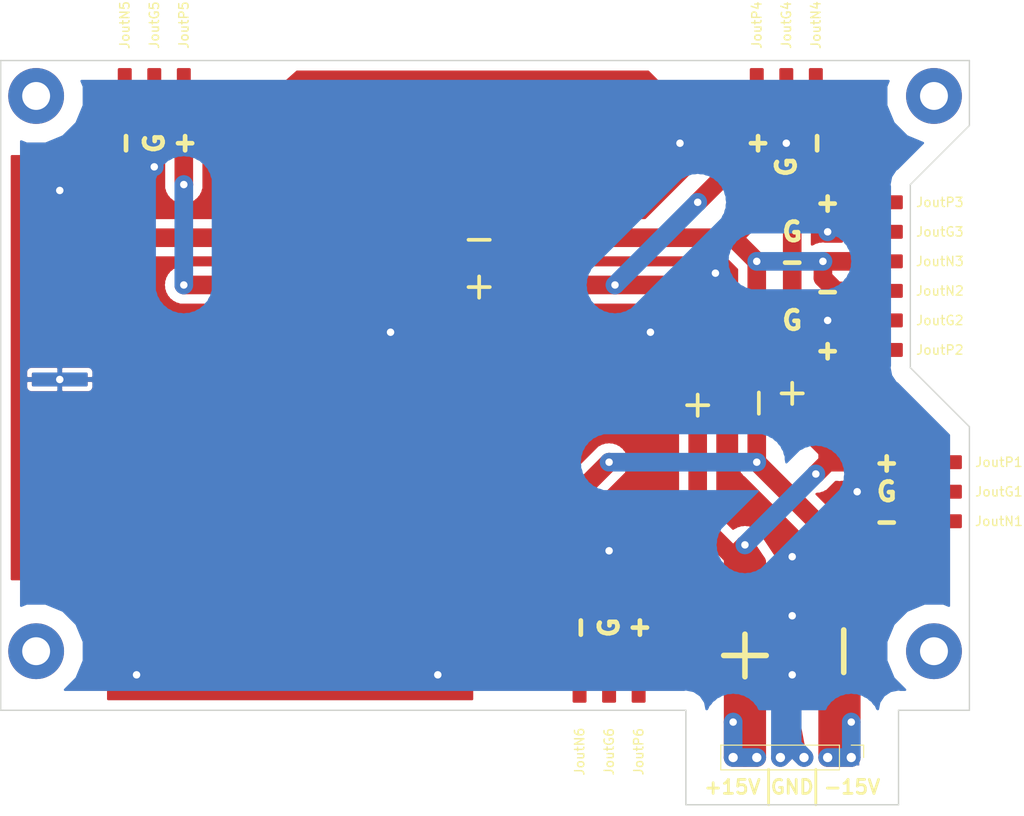
<source format=kicad_pcb>
(kicad_pcb (version 20171130) (host pcbnew 5.0.2-bee76a0~70~ubuntu16.04.1)

  (general
    (thickness 1.6)
    (drawings 40)
    (tracks 116)
    (zones 0)
    (modules 20)
    (nets 4)
  )

  (page A4)
  (layers
    (0 F.Cu signal)
    (31 B.Cu signal)
    (32 B.Adhes user)
    (33 F.Adhes user)
    (34 B.Paste user)
    (35 F.Paste user)
    (36 B.SilkS user)
    (37 F.SilkS user)
    (38 B.Mask user)
    (39 F.Mask user)
    (40 Dwgs.User user)
    (41 Cmts.User user)
    (42 Eco1.User user)
    (43 Eco2.User user)
    (44 Edge.Cuts user)
    (45 Margin user)
    (46 B.CrtYd user)
    (47 F.CrtYd user)
    (48 B.Fab user)
    (49 F.Fab user)
  )

  (setup
    (last_trace_width 2)
    (trace_clearance 0.2)
    (zone_clearance 2)
    (zone_45_only no)
    (trace_min 0.2)
    (segment_width 0.2)
    (edge_width 0.15)
    (via_size 2)
    (via_drill 0.8)
    (via_min_size 0.4)
    (via_min_drill 0.3)
    (uvia_size 0.3)
    (uvia_drill 0.1)
    (uvias_allowed no)
    (uvia_min_size 0.2)
    (uvia_min_drill 0.1)
    (pcb_text_width 0.3)
    (pcb_text_size 1.5 1.5)
    (mod_edge_width 0.15)
    (mod_text_size 1 1)
    (mod_text_width 0.15)
    (pad_size 6 1.5)
    (pad_drill 0)
    (pad_to_mask_clearance 0.051)
    (solder_mask_min_width 0.25)
    (aux_axis_origin 0 0)
    (visible_elements FFFFFF7F)
    (pcbplotparams
      (layerselection 0x010fc_ffffffff)
      (usegerberextensions false)
      (usegerberattributes false)
      (usegerberadvancedattributes false)
      (creategerberjobfile false)
      (excludeedgelayer true)
      (linewidth 0.100000)
      (plotframeref false)
      (viasonmask false)
      (mode 1)
      (useauxorigin false)
      (hpglpennumber 1)
      (hpglpenspeed 20)
      (hpglpendiameter 15.000000)
      (psnegative false)
      (psa4output false)
      (plotreference true)
      (plotvalue true)
      (plotinvisibletext false)
      (padsonsilk false)
      (subtractmaskfromsilk false)
      (outputformat 1)
      (mirror false)
      (drillshape 1)
      (scaleselection 1)
      (outputdirectory ""))
  )

  (net 0 "")
  (net 1 GNDA)
  (net 2 -15V)
  (net 3 +15V)

  (net_class Default "This is the default net class."
    (clearance 0.2)
    (trace_width 2)
    (via_dia 2)
    (via_drill 0.8)
    (uvia_dia 0.3)
    (uvia_drill 0.1)
    (add_net +15V)
    (add_net -15V)
    (add_net GNDA)
  )

  (module footprints:edge_solderstrip_th (layer F.Cu) (tedit 5D99C299) (tstamp 5D99B865)
    (at 82.55 46.99)
    (path /5D99CFE5)
    (fp_text reference J1 (at 5.355 0) (layer F.SilkS) hide
      (effects (font (size 1 1) (thickness 0.15)))
    )
    (fp_text value agnd_terminal (at 0 -1.785) (layer F.Fab)
      (effects (font (size 1 1) (thickness 0.15)))
    )
    (pad 1 thru_hole roundrect (at 0 0) (size 6 1.5) (drill 0.8) (layers *.Cu *.Mask) (roundrect_rratio 0.1)
      (net 1 GNDA))
  )

  (module Connector_PinHeader_2.54mm:PinHeader_1x06_P2.54mm_Vertical (layer F.Cu) (tedit 5D99C112) (tstamp 5D99B87F)
    (at 167.64 87.63 270)
    (descr "Through hole straight pin header, 1x06, 2.54mm pitch, single row")
    (tags "Through hole pin header THT 1x06 2.54mm single row")
    (path /5D99B1A4)
    (fp_text reference Jin1 (at 0 -2.33 270) (layer F.SilkS) hide
      (effects (font (size 1 1) (thickness 0.15)))
    )
    (fp_text value Opamp_power_in (at 0 15.03 270) (layer F.Fab)
      (effects (font (size 1 1) (thickness 0.15)))
    )
    (fp_line (start -0.635 -1.27) (end 1.27 -1.27) (layer F.Fab) (width 0.1))
    (fp_line (start 1.27 -1.27) (end 1.27 13.97) (layer F.Fab) (width 0.1))
    (fp_line (start 1.27 13.97) (end -1.27 13.97) (layer F.Fab) (width 0.1))
    (fp_line (start -1.27 13.97) (end -1.27 -0.635) (layer F.Fab) (width 0.1))
    (fp_line (start -1.27 -0.635) (end -0.635 -1.27) (layer F.Fab) (width 0.1))
    (fp_line (start -1.33 14.03) (end 1.33 14.03) (layer F.SilkS) (width 0.12))
    (fp_line (start -1.33 1.27) (end -1.33 14.03) (layer F.SilkS) (width 0.12))
    (fp_line (start 1.33 1.27) (end 1.33 14.03) (layer F.SilkS) (width 0.12))
    (fp_line (start -1.33 1.27) (end 1.33 1.27) (layer F.SilkS) (width 0.12))
    (fp_line (start -1.33 0) (end -1.33 -1.33) (layer F.SilkS) (width 0.12))
    (fp_line (start -1.33 -1.33) (end 0 -1.33) (layer F.SilkS) (width 0.12))
    (fp_line (start -1.8 -1.8) (end -1.8 14.5) (layer F.CrtYd) (width 0.05))
    (fp_line (start -1.8 14.5) (end 1.8 14.5) (layer F.CrtYd) (width 0.05))
    (fp_line (start 1.8 14.5) (end 1.8 -1.8) (layer F.CrtYd) (width 0.05))
    (fp_line (start 1.8 -1.8) (end -1.8 -1.8) (layer F.CrtYd) (width 0.05))
    (fp_text user %R (at 0 6.35) (layer F.Fab)
      (effects (font (size 1 1) (thickness 0.15)))
    )
    (pad 1 thru_hole rect (at 0 0 270) (size 1.7 1.7) (drill 1) (layers *.Cu *.Mask)
      (net 2 -15V))
    (pad 2 thru_hole oval (at 0 2.54 270) (size 1.7 1.7) (drill 1) (layers *.Cu *.Mask)
      (net 2 -15V))
    (pad 3 thru_hole oval (at 0 5.08 270) (size 1.7 1.7) (drill 1) (layers *.Cu *.Mask)
      (net 1 GNDA))
    (pad 4 thru_hole oval (at 0 7.62 270) (size 1.7 1.7) (drill 1) (layers *.Cu *.Mask)
      (net 1 GNDA))
    (pad 5 thru_hole oval (at 0 10.16 270) (size 1.7 1.7) (drill 1) (layers *.Cu *.Mask)
      (net 3 +15V))
    (pad 6 thru_hole oval (at 0 12.7 270) (size 1.7 1.7) (drill 1) (layers *.Cu *.Mask)
      (net 3 +15V))
    (model ${KISYS3DMOD}/Connector_PinHeader_2.54mm.3dshapes/PinHeader_1x06_P2.54mm_Vertical.wrl
      (at (xyz 0 0 0))
      (scale (xyz 1 1 1))
      (rotate (xyz 0 0 0))
    )
  )

  (module footprints:edge_solderstrip_1mm5x6mm (layer F.Cu) (tedit 5CD0161B) (tstamp 5D99BB06)
    (at 176.53 59.055)
    (path /5D99BE25)
    (fp_text reference JoutG1 (at 6.985 0) (layer F.SilkS)
      (effects (font (size 1 1) (thickness 0.15)))
    )
    (fp_text value Opamp_power_out-gnd (at 0 -1.785) (layer F.Fab)
      (effects (font (size 1 1) (thickness 0.15)))
    )
    (pad 1 smd roundrect (at 0 0) (size 6 1.5) (layers F.Cu F.Paste F.Mask) (roundrect_rratio 0.1)
      (net 1 GNDA))
  )

  (module footprints:edge_solderstrip_1mm5x6mm (layer F.Cu) (tedit 5CD0161B) (tstamp 5D99B889)
    (at 170.18 40.64 180)
    (path /5D99C187)
    (fp_text reference JoutG2 (at -6.985 0 180) (layer F.SilkS)
      (effects (font (size 1 1) (thickness 0.15)))
    )
    (fp_text value Opamp_power_out-gnd (at 0 -1.785 180) (layer F.Fab)
      (effects (font (size 1 1) (thickness 0.15)))
    )
    (pad 1 smd roundrect (at 0 0 180) (size 6 1.5) (layers F.Cu F.Paste F.Mask) (roundrect_rratio 0.1)
      (net 1 GNDA))
  )

  (module footprints:edge_solderstrip_1mm5x6mm (layer F.Cu) (tedit 5CD0161B) (tstamp 5D99B88E)
    (at 170.18 31.115)
    (path /5D99C3D7)
    (fp_text reference JoutG3 (at 6.985 0) (layer F.SilkS)
      (effects (font (size 1 1) (thickness 0.15)))
    )
    (fp_text value Opamp_power_out-gnd (at 0 -1.785) (layer F.Fab)
      (effects (font (size 1 1) (thickness 0.15)))
    )
    (pad 1 smd roundrect (at 0 0) (size 6 1.5) (layers F.Cu F.Paste F.Mask) (roundrect_rratio 0.1)
      (net 1 GNDA))
  )

  (module footprints:edge_solderstrip_1mm5x6mm (layer F.Cu) (tedit 5CD0161B) (tstamp 5D99BA55)
    (at 160.655 16.51 90)
    (path /5D99C897)
    (fp_text reference JoutG4 (at 7.62 0 90) (layer F.SilkS)
      (effects (font (size 1 1) (thickness 0.15)))
    )
    (fp_text value Opamp_power_out-gnd (at 0 -1.785 90) (layer F.Fab)
      (effects (font (size 1 1) (thickness 0.15)))
    )
    (pad 1 smd roundrect (at 0 0 90) (size 6 1.5) (layers F.Cu F.Paste F.Mask) (roundrect_rratio 0.1)
      (net 1 GNDA))
  )

  (module footprints:edge_solderstrip_1mm5x6mm (layer F.Cu) (tedit 5CD0161B) (tstamp 5D99B898)
    (at 92.71 16.51 270)
    (path /5D99C8BE)
    (fp_text reference JoutG5 (at -7.62 0 270) (layer F.SilkS)
      (effects (font (size 1 1) (thickness 0.15)))
    )
    (fp_text value Opamp_power_out-gnd (at 0 -1.785 270) (layer F.Fab)
      (effects (font (size 1 1) (thickness 0.15)))
    )
    (pad 1 smd roundrect (at 0 0 270) (size 6 1.5) (layers F.Cu F.Paste F.Mask) (roundrect_rratio 0.1)
      (net 1 GNDA))
  )

  (module footprints:edge_solderstrip_1mm5x6mm (layer F.Cu) (tedit 5CD0161B) (tstamp 5D99B89D)
    (at 141.605 78.74 270)
    (path /5D99C8E5)
    (fp_text reference JoutG6 (at 8.255 0 270) (layer F.SilkS)
      (effects (font (size 1 1) (thickness 0.15)))
    )
    (fp_text value Opamp_power_out-gnd (at 0 -1.785 270) (layer F.Fab)
      (effects (font (size 1 1) (thickness 0.15)))
    )
    (pad 1 smd roundrect (at 0 0 270) (size 6 1.5) (layers F.Cu F.Paste F.Mask) (roundrect_rratio 0.1)
      (net 1 GNDA))
  )

  (module footprints:edge_solderstrip_1mm5x6mm (layer F.Cu) (tedit 5CD0161B) (tstamp 5D99BAFA)
    (at 176.53 62.23)
    (path /5D99BDA3)
    (fp_text reference JoutN1 (at 6.985 0) (layer F.SilkS)
      (effects (font (size 1 1) (thickness 0.15)))
    )
    (fp_text value Opamp_power_out-15 (at 0 -1.785) (layer F.Fab)
      (effects (font (size 1 1) (thickness 0.15)))
    )
    (pad 1 smd roundrect (at 0 0) (size 6 1.5) (layers F.Cu F.Paste F.Mask) (roundrect_rratio 0.1)
      (net 2 -15V))
  )

  (module footprints:edge_solderstrip_1mm5x6mm (layer F.Cu) (tedit 5CD0161B) (tstamp 5D99B8A7)
    (at 170.18 37.465 180)
    (path /5D99C181)
    (fp_text reference JoutN2 (at -6.985 0 180) (layer F.SilkS)
      (effects (font (size 1 1) (thickness 0.15)))
    )
    (fp_text value Opamp_power_out-15 (at 0 -1.785 180) (layer F.Fab)
      (effects (font (size 1 1) (thickness 0.15)))
    )
    (pad 1 smd roundrect (at 0 0 180) (size 6 1.5) (layers F.Cu F.Paste F.Mask) (roundrect_rratio 0.1)
      (net 2 -15V))
  )

  (module footprints:edge_solderstrip_1mm5x6mm (layer F.Cu) (tedit 5CD0161B) (tstamp 5D99B8AC)
    (at 170.18 34.29)
    (path /5D99C3D1)
    (fp_text reference JoutN3 (at 6.985 0) (layer F.SilkS)
      (effects (font (size 1 1) (thickness 0.15)))
    )
    (fp_text value Opamp_power_out-15 (at 0 -1.785) (layer F.Fab)
      (effects (font (size 1 1) (thickness 0.15)))
    )
    (pad 1 smd roundrect (at 0 0) (size 6 1.5) (layers F.Cu F.Paste F.Mask) (roundrect_rratio 0.1)
      (net 2 -15V))
  )

  (module footprints:edge_solderstrip_1mm5x6mm (layer F.Cu) (tedit 5CD0161B) (tstamp 5D99B8B1)
    (at 163.83 16.51 90)
    (path /5D99C891)
    (fp_text reference JoutN4 (at 7.62 0 90) (layer F.SilkS)
      (effects (font (size 1 1) (thickness 0.15)))
    )
    (fp_text value Opamp_power_out-15 (at 0 -1.785 90) (layer F.Fab)
      (effects (font (size 1 1) (thickness 0.15)))
    )
    (pad 1 smd roundrect (at 0 0 90) (size 6 1.5) (layers F.Cu F.Paste F.Mask) (roundrect_rratio 0.1)
      (net 2 -15V))
  )

  (module footprints:edge_solderstrip_1mm5x6mm (layer F.Cu) (tedit 5CD0161B) (tstamp 5D99B8B6)
    (at 89.535 16.51 270)
    (path /5D99C8B8)
    (fp_text reference JoutN5 (at -7.62 0 270) (layer F.SilkS)
      (effects (font (size 1 1) (thickness 0.15)))
    )
    (fp_text value Opamp_power_out-15 (at 0 -1.785 270) (layer F.Fab)
      (effects (font (size 1 1) (thickness 0.15)))
    )
    (pad 1 smd roundrect (at 0 0 270) (size 6 1.5) (layers F.Cu F.Paste F.Mask) (roundrect_rratio 0.1)
      (net 2 -15V))
  )

  (module footprints:edge_solderstrip_1mm5x6mm (layer F.Cu) (tedit 5CD0161B) (tstamp 5D99B8BB)
    (at 138.43 78.74 270)
    (path /5D99C8DF)
    (fp_text reference JoutN6 (at 8.255 0 270) (layer F.SilkS)
      (effects (font (size 1 1) (thickness 0.15)))
    )
    (fp_text value Opamp_power_out-15 (at 0 -1.785 270) (layer F.Fab)
      (effects (font (size 1 1) (thickness 0.15)))
    )
    (pad 1 smd roundrect (at 0 0 270) (size 6 1.5) (layers F.Cu F.Paste F.Mask) (roundrect_rratio 0.1)
      (net 2 -15V))
  )

  (module footprints:edge_solderstrip_1mm5x6mm (layer F.Cu) (tedit 5CD0161B) (tstamp 5D99BAEE)
    (at 176.53 55.88)
    (path /5D99BE3F)
    (fp_text reference JoutP1 (at 6.985 0) (layer F.SilkS)
      (effects (font (size 1 1) (thickness 0.15)))
    )
    (fp_text value Opamp_power_out+15 (at 0 -1.785) (layer F.Fab)
      (effects (font (size 1 1) (thickness 0.15)))
    )
    (pad 1 smd roundrect (at 0 0) (size 6 1.5) (layers F.Cu F.Paste F.Mask) (roundrect_rratio 0.1)
      (net 3 +15V))
  )

  (module footprints:edge_solderstrip_1mm5x6mm (layer F.Cu) (tedit 5CD0161B) (tstamp 5D99B8C5)
    (at 170.18 43.815 180)
    (path /5D99C18D)
    (fp_text reference JoutP2 (at -6.985 0 180) (layer F.SilkS)
      (effects (font (size 1 1) (thickness 0.15)))
    )
    (fp_text value Opamp_power_out+15 (at 0 -1.785 180) (layer F.Fab)
      (effects (font (size 1 1) (thickness 0.15)))
    )
    (pad 1 smd roundrect (at 0 0 180) (size 6 1.5) (layers F.Cu F.Paste F.Mask) (roundrect_rratio 0.1)
      (net 3 +15V))
  )

  (module footprints:edge_solderstrip_1mm5x6mm (layer F.Cu) (tedit 5D99B6D4) (tstamp 5D99B8CA)
    (at 170.18 28.575)
    (path /5D99C3DD)
    (fp_text reference JoutP3 (at 6.985 -0.635) (layer F.SilkS)
      (effects (font (size 1 1) (thickness 0.15)))
    )
    (fp_text value Opamp_power_out+15 (at 0 -1.785) (layer F.Fab)
      (effects (font (size 1 1) (thickness 0.15)))
    )
    (pad 1 smd roundrect (at 0 -0.635) (size 6 1.5) (layers F.Cu F.Paste F.Mask) (roundrect_rratio 0.1)
      (net 3 +15V))
  )

  (module footprints:edge_solderstrip_1mm5x6mm (layer F.Cu) (tedit 5D99B6EB) (tstamp 5D99B8CF)
    (at 158.115 16.51 90)
    (path /5D99C89D)
    (fp_text reference JoutP4 (at 7.62 -0.635 90) (layer F.SilkS)
      (effects (font (size 1 1) (thickness 0.15)))
    )
    (fp_text value Opamp_power_out+15 (at 0 -1.785 90) (layer F.Fab)
      (effects (font (size 1 1) (thickness 0.15)))
    )
    (pad 1 smd roundrect (at 0 -0.635 90) (size 6 1.5) (layers F.Cu F.Paste F.Mask) (roundrect_rratio 0.1)
      (net 3 +15V))
  )

  (module footprints:edge_solderstrip_1mm5x6mm (layer F.Cu) (tedit 5CD0161B) (tstamp 5D99B8D4)
    (at 95.885 16.51 270)
    (path /5D99C8C4)
    (fp_text reference JoutP5 (at -7.62 0 270) (layer F.SilkS)
      (effects (font (size 1 1) (thickness 0.15)))
    )
    (fp_text value Opamp_power_out+15 (at 0 -1.785 270) (layer F.Fab)
      (effects (font (size 1 1) (thickness 0.15)))
    )
    (pad 1 smd roundrect (at 0 0 270) (size 6 1.5) (layers F.Cu F.Paste F.Mask) (roundrect_rratio 0.1)
      (net 3 +15V))
  )

  (module footprints:edge_solderstrip_1mm5x6mm (layer F.Cu) (tedit 5CD0161B) (tstamp 5D99B8D9)
    (at 144.78 78.74 270)
    (path /5D99C8EB)
    (fp_text reference JoutP6 (at 8.255 0 270) (layer F.SilkS)
      (effects (font (size 1 1) (thickness 0.15)))
    )
    (fp_text value Opamp_power_out+15 (at 0 -1.785 270) (layer F.Fab)
      (effects (font (size 1 1) (thickness 0.15)))
    )
    (pad 1 smd roundrect (at 0 0 270) (size 6 1.5) (layers F.Cu F.Paste F.Mask) (roundrect_rratio 0.1)
      (net 3 +15V))
  )

  (gr_text - (at 166.37 76.2 90) (layer F.SilkS) (tstamp 5D99CDEB)
    (effects (font (size 6 6) (thickness 0.6)))
  )
  (gr_text + (at 156.21 76.2) (layer F.SilkS) (tstamp 5D99CDE8)
    (effects (font (size 6 6) (thickness 0.6)))
  )
  (gr_text + (at 161.29 48.26) (layer F.SilkS) (tstamp 5D99CDE5)
    (effects (font (size 3 3) (thickness 0.4)))
  )
  (gr_text - (at 157.48 49.53 90) (layer F.SilkS) (tstamp 5D99CDE1)
    (effects (font (size 3 3) (thickness 0.4)))
  )
  (gr_text + (at 151.13 49.53) (layer F.SilkS) (tstamp 5D99CDDE)
    (effects (font (size 3 3) (thickness 0.4)))
  )
  (gr_text - (at 127.635 31.75) (layer F.SilkS) (tstamp 5D99CDD8)
    (effects (font (size 3 3) (thickness 0.4)))
  )
  (gr_text + (at 127.635 36.83) (layer F.SilkS)
    (effects (font (size 3 3) (thickness 0.4)))
  )
  (gr_text + (at 144.78 73.66 90) (layer F.SilkS) (tstamp 5D99CD5A)
    (effects (font (size 2 2) (thickness 0.5)))
  )
  (gr_text - (at 138.43 73.66 90) (layer F.SilkS) (tstamp 5D99CD59)
    (effects (font (size 2 2) (thickness 0.5)))
  )
  (gr_text G (at 141.605 73.66 90) (layer F.SilkS) (tstamp 5D99CD58)
    (effects (font (size 2 2) (thickness 0.5)))
  )
  (gr_text + (at 95.885 21.59 90) (layer F.SilkS) (tstamp 5D99CAD0)
    (effects (font (size 2 2) (thickness 0.5)))
  )
  (gr_text - (at 89.535 21.59 90) (layer F.SilkS) (tstamp 5D99CADB)
    (effects (font (size 2 2) (thickness 0.5)))
  )
  (gr_text G (at 92.71 21.59 90) (layer F.SilkS) (tstamp 5D99CACE)
    (effects (font (size 2 2) (thickness 0.5)))
  )
  (gr_text + (at 157.48 21.59 90) (layer F.SilkS) (tstamp 5D99CAA9)
    (effects (font (size 2 2) (thickness 0.5)))
  )
  (gr_text - (at 163.83 21.59 90) (layer F.SilkS) (tstamp 5D99CAA8)
    (effects (font (size 2 2) (thickness 0.5)))
  )
  (gr_text G (at 160.655 24.13 90) (layer F.SilkS) (tstamp 5D99CAA7)
    (effects (font (size 2 2) (thickness 0.5)))
  )
  (gr_text + (at 165.1 43.815) (layer F.SilkS) (tstamp 5D99CA93)
    (effects (font (size 2 2) (thickness 0.5)))
  )
  (gr_text G (at 161.29 40.64) (layer F.SilkS) (tstamp 5D99CA92)
    (effects (font (size 2 2) (thickness 0.5)))
  )
  (gr_text - (at 165.1 37.465) (layer F.SilkS) (tstamp 5D99CA91)
    (effects (font (size 2 2) (thickness 0.5)))
  )
  (gr_text + (at 165.1 27.94) (layer F.SilkS) (tstamp 5D99CA8D)
    (effects (font (size 2 2) (thickness 0.5)))
  )
  (gr_text - (at 161.29 34.29) (layer F.SilkS) (tstamp 5D99CA8C)
    (effects (font (size 2 2) (thickness 0.5)))
  )
  (gr_text G (at 161.29 31.115) (layer F.SilkS) (tstamp 5D99CA8B)
    (effects (font (size 2 2) (thickness 0.5)))
  )
  (gr_text G (at 171.45 59.055) (layer F.SilkS)
    (effects (font (size 2 2) (thickness 0.5)))
  )
  (gr_text - (at 171.45 62.23) (layer F.SilkS)
    (effects (font (size 2 2) (thickness 0.5)))
  )
  (gr_text + (at 171.45 55.88) (layer F.SilkS)
    (effects (font (size 2 2) (thickness 0.5)))
  )
  (gr_line (start 163.83 88.9) (end 163.83 92.71) (layer F.SilkS) (width 0.3))
  (gr_line (start 158.75 88.9) (end 158.75 92.71) (layer F.SilkS) (width 0.3))
  (gr_text "+15V GND -15V" (at 161.29 90.805) (layer F.SilkS)
    (effects (font (size 1.5 1.5) (thickness 0.3)))
  )
  (gr_line (start 180.34 52.07) (end 180.34 82.55) (layer Edge.Cuts) (width 0.15))
  (gr_line (start 173.99 45.72) (end 180.34 52.07) (layer Edge.Cuts) (width 0.15))
  (gr_line (start 173.99 26.035) (end 173.99 45.72) (layer Edge.Cuts) (width 0.15))
  (gr_line (start 180.34 19.685) (end 173.99 26.035) (layer Edge.Cuts) (width 0.15))
  (gr_line (start 180.34 82.55) (end 172.72 82.55) (layer Edge.Cuts) (width 0.15))
  (gr_line (start 149.86 92.71) (end 149.86 82.55) (layer Edge.Cuts) (width 0.15))
  (gr_line (start 172.72 92.71) (end 149.86 92.71) (layer Edge.Cuts) (width 0.15))
  (gr_line (start 172.72 82.55) (end 172.72 92.71) (layer Edge.Cuts) (width 0.15))
  (gr_line (start 76.2 82.55) (end 76.2 12.7) (layer Edge.Cuts) (width 0.15))
  (gr_line (start 149.86 82.55) (end 76.2 82.55) (layer Edge.Cuts) (width 0.15))
  (gr_line (start 180.34 12.7) (end 180.34 19.685) (layer Edge.Cuts) (width 0.15))
  (gr_line (start 76.2 12.7) (end 180.34 12.7) (layer Edge.Cuts) (width 0.15))

  (via (at 80.01 16.51) (size 6) (drill 3) (layers F.Cu B.Cu) (net 0))
  (via (at 176.53 16.51) (size 6) (drill 3) (layers F.Cu B.Cu) (net 0))
  (via (at 176.53 76.2) (size 6) (drill 3) (layers F.Cu B.Cu) (net 0) (tstamp 5D99B4E6))
  (via (at 80.01 76.2) (size 6) (drill 3) (layers F.Cu B.Cu) (net 0) (tstamp 5D99B4E7))
  (segment (start 161.29 83.185) (end 161.29 84.579991) (width 2) (layer F.Cu) (net 1))
  (segment (start 176.53 59.055) (end 168.275 59.055) (width 2) (layer F.Cu) (net 1))
  (via (at 168.275 59.055) (size 2) (drill 0.8) (layers F.Cu B.Cu) (net 1))
  (via (at 165.1 40.64) (size 2) (drill 0.8) (layers F.Cu B.Cu) (net 1) (tstamp 5D99C29E))
  (segment (start 170.18 40.64) (end 165.1 40.64) (width 2) (layer F.Cu) (net 1))
  (via (at 165.1 31.115) (size 2) (drill 0.8) (layers F.Cu B.Cu) (net 1) (tstamp 5D99C2DF))
  (segment (start 170.18 31.115) (end 165.1 31.115) (width 2) (layer F.Cu) (net 1))
  (via (at 160.655 21.59) (size 2) (drill 0.8) (layers F.Cu B.Cu) (net 1) (tstamp 5D99C3A5))
  (segment (start 160.655 16.51) (end 160.655 21.59) (width 2) (layer F.Cu) (net 1))
  (segment (start 160.02 87.63) (end 160.869999 86.780001) (width 2) (layer F.Cu) (net 1))
  (segment (start 162.56 87.63) (end 161.710001 86.780001) (width 2) (layer F.Cu) (net 1))
  (segment (start 161.29 84.579991) (end 161.710001 86.780001) (width 2) (layer F.Cu) (net 1))
  (segment (start 160.869999 86.780001) (end 161.29 84.579991) (width 2) (layer F.Cu) (net 1))
  (segment (start 161.29 83.185) (end 161.29 66.04) (width 2) (layer F.Cu) (net 1))
  (via (at 161.29 66.04) (size 2) (drill 0.8) (layers F.Cu B.Cu) (net 1) (tstamp 5D99C797))
  (via (at 161.29 78.74) (size 2) (drill 0.8) (layers F.Cu B.Cu) (net 1) (tstamp 5D99C79B))
  (via (at 161.29 72.39) (size 2) (drill 0.8) (layers F.Cu B.Cu) (net 1) (tstamp 5D99C79D))
  (via (at 141.605 65.405) (size 2) (drill 0.8) (layers F.Cu B.Cu) (net 1) (tstamp 5D99C7CA))
  (segment (start 141.605 78.74) (end 141.605 65.405) (width 2) (layer F.Cu) (net 1))
  (segment (start 92.71 16.51) (end 92.71 24.13) (width 2) (layer F.Cu) (net 1))
  (via (at 92.71 24.13) (size 2) (drill 0.8) (layers F.Cu B.Cu) (net 1))
  (via (at 82.55 26.67) (size 2) (drill 0.8) (layers F.Cu B.Cu) (net 1) (tstamp 5D99CD69))
  (via (at 146.05 41.91) (size 2) (drill 0.8) (layers F.Cu B.Cu) (net 1) (tstamp 5D99CD6B))
  (via (at 90.805 78.74) (size 2) (drill 0.8) (layers F.Cu B.Cu) (net 1) (tstamp 5D99CD6D))
  (via (at 123.19 78.74) (size 2) (drill 0.8) (layers F.Cu B.Cu) (net 1) (tstamp 5D99CD6F))
  (via (at 153.035 35.56) (size 2) (drill 0.8) (layers F.Cu B.Cu) (net 1) (tstamp 5D99CD71))
  (via (at 118.11 41.91) (size 2) (drill 0.8) (layers F.Cu B.Cu) (net 1) (tstamp 5D99CD73))
  (via (at 149.225 21.59) (size 2) (drill 0.8) (layers F.Cu B.Cu) (net 1) (tstamp 5D99CD7B))
  (segment (start 160.02 80.01) (end 161.29 78.74) (width 2) (layer B.Cu) (net 1))
  (segment (start 160.02 87.63) (end 160.02 80.01) (width 2) (layer B.Cu) (net 1))
  (segment (start 161.710001 86.780001) (end 162.56 87.63) (width 2) (layer B.Cu) (net 1))
  (segment (start 160.869999 86.780001) (end 161.710001 86.780001) (width 2) (layer B.Cu) (net 1))
  (segment (start 160.02 87.63) (end 160.869999 86.780001) (width 2) (layer B.Cu) (net 1))
  (segment (start 161.29 86.36) (end 162.56 87.63) (width 2) (layer B.Cu) (net 1))
  (segment (start 161.29 78.74) (end 161.29 86.36) (width 2) (layer B.Cu) (net 1))
  (segment (start 167.64 87.63) (end 167.64 71.12) (width 2) (layer F.Cu) (net 2))
  (segment (start 176.53 62.23) (end 171.45 62.23) (width 2) (layer F.Cu) (net 2))
  (segment (start 167.64 66.04) (end 167.64 71.12) (width 2) (layer F.Cu) (net 2))
  (segment (start 171.45 62.23) (end 167.64 66.04) (width 2) (layer F.Cu) (net 2))
  (segment (start 154.94 31.75) (end 91.44 31.75) (width 2) (layer F.Cu) (net 2))
  (segment (start 89.535 29.845) (end 89.535 16.51) (width 2) (layer F.Cu) (net 2))
  (segment (start 91.44 31.75) (end 89.535 29.845) (width 2) (layer F.Cu) (net 2))
  (segment (start 170.18 34.29) (end 164.592 34.29) (width 2) (layer F.Cu) (net 2))
  (segment (start 164.592 34.29) (end 164.592 36.068) (width 2) (layer F.Cu) (net 2))
  (segment (start 165.989 37.465) (end 170.18 37.465) (width 2) (layer F.Cu) (net 2))
  (segment (start 164.592 36.068) (end 165.989 37.465) (width 2) (layer F.Cu) (net 2))
  (segment (start 157.48 55.88) (end 157.48 34.29) (width 2) (layer F.Cu) (net 2))
  (segment (start 157.48 34.29) (end 154.94 31.75) (width 2) (layer F.Cu) (net 2))
  (segment (start 163.83 16.51) (end 163.83 22.86) (width 2) (layer F.Cu) (net 2))
  (segment (start 163.83 22.86) (end 154.94 31.75) (width 2) (layer F.Cu) (net 2))
  (via (at 164.592 34.29) (size 2) (drill 0.8) (layers F.Cu B.Cu) (net 2))
  (segment (start 164.592 34.29) (end 157.48 34.29) (width 2) (layer B.Cu) (net 2))
  (via (at 157.48 34.29) (size 2) (drill 0.8) (layers F.Cu B.Cu) (net 2))
  (segment (start 165.1 87.63) (end 165.1 63.5) (width 2) (layer F.Cu) (net 2))
  (segment (start 165.1 63.5) (end 157.48 55.88) (width 2) (layer F.Cu) (net 2))
  (segment (start 165.1 87.63) (end 166.37 87.63) (width 2) (layer F.Cu) (net 2))
  (segment (start 166.37 87.63) (end 167.64 87.63) (width 2) (layer F.Cu) (net 2))
  (segment (start 166.37 87.63) (end 166.37 64.77) (width 2) (layer F.Cu) (net 2))
  (segment (start 166.37 64.77) (end 165.1 63.5) (width 2) (layer F.Cu) (net 2))
  (segment (start 167.64 66.04) (end 166.37 64.77) (width 2) (layer F.Cu) (net 2))
  (segment (start 138.43 59.055) (end 138.43 78.74) (width 2) (layer F.Cu) (net 2))
  (segment (start 141.605 55.88) (end 138.43 59.055) (width 2) (layer F.Cu) (net 2))
  (via (at 141.605 55.88) (size 2) (drill 0.8) (layers F.Cu B.Cu) (net 2))
  (segment (start 141.605 55.88) (end 157.48 55.88) (width 2) (layer B.Cu) (net 2))
  (via (at 157.48 55.88) (size 2) (drill 0.8) (layers F.Cu B.Cu) (net 2))
  (segment (start 165.1 87.63) (end 167.64 87.63) (width 2) (layer B.Cu) (net 2))
  (segment (start 167.64 87.63) (end 167.64 83.82) (width 2) (layer B.Cu) (net 2))
  (via (at 167.64 83.82) (size 2) (drill 0.8) (layers F.Cu B.Cu) (net 2))
  (segment (start 154.94 87.63) (end 154.94 66.04) (width 2) (layer F.Cu) (net 3))
  (segment (start 154.94 66.04) (end 151.13 62.23) (width 2) (layer F.Cu) (net 3))
  (segment (start 151.13 62.23) (end 151.13 39.37) (width 2) (layer F.Cu) (net 3))
  (segment (start 151.13 39.37) (end 148.59 36.83) (width 2) (layer F.Cu) (net 3))
  (segment (start 163.195 43.815) (end 170.18 43.815) (width 2) (layer F.Cu) (net 3))
  (segment (start 161.29 41.91) (end 163.195 43.815) (width 2) (layer F.Cu) (net 3))
  (segment (start 157.48 16.51) (end 157.48 21.59) (width 2) (layer F.Cu) (net 3))
  (segment (start 157.48 21.59) (end 151.13 27.94) (width 2) (layer F.Cu) (net 3))
  (segment (start 148.59 36.83) (end 142.24 36.83) (width 2) (layer F.Cu) (net 3))
  (segment (start 142.24 36.83) (end 95.885 36.83) (width 2) (layer F.Cu) (net 3))
  (segment (start 176.53 55.88) (end 166.37 55.88) (width 2) (layer F.Cu) (net 3))
  (segment (start 163.195 43.815) (end 161.29 45.72) (width 2) (layer F.Cu) (net 3))
  (segment (start 161.29 45.72) (end 161.29 41.91) (width 2) (layer F.Cu) (net 3))
  (segment (start 161.29 50.8) (end 161.29 45.72) (width 2) (layer F.Cu) (net 3))
  (segment (start 166.37 55.88) (end 165.1 55.88) (width 2) (layer F.Cu) (net 3))
  (segment (start 165.1 55.88) (end 163.83 57.15) (width 2) (layer F.Cu) (net 3))
  (segment (start 165.1 55.88) (end 165.1 54.61) (width 2) (layer F.Cu) (net 3))
  (segment (start 165.1 54.61) (end 161.29 50.8) (width 2) (layer F.Cu) (net 3))
  (segment (start 166.37 55.88) (end 165.1 54.61) (width 2) (layer F.Cu) (net 3))
  (segment (start 161.29 29.845) (end 161.29 39.37) (width 2) (layer F.Cu) (net 3))
  (segment (start 161.29 39.37) (end 161.29 41.91) (width 2) (layer F.Cu) (net 3))
  (segment (start 163.195 27.94) (end 161.29 29.845) (width 2) (layer F.Cu) (net 3))
  (segment (start 170.18 27.94) (end 163.195 27.94) (width 2) (layer F.Cu) (net 3))
  (via (at 95.885 36.83) (size 2) (drill 0.8) (layers F.Cu B.Cu) (net 3))
  (via (at 151.13 27.94) (size 2) (drill 0.8) (layers F.Cu B.Cu) (net 3))
  (via (at 163.83 57.15) (size 2) (drill 0.8) (layers F.Cu B.Cu) (net 3))
  (via (at 156.21 64.77) (size 2) (drill 0.8) (layers F.Cu B.Cu) (net 3))
  (segment (start 156.21 87.63) (end 154.94 87.63) (width 2) (layer F.Cu) (net 3))
  (segment (start 156.21 87.63) (end 156.21 64.77) (width 2) (layer F.Cu) (net 3))
  (segment (start 157.48 87.63) (end 156.21 87.63) (width 2) (layer F.Cu) (net 3))
  (segment (start 154.94 66.04) (end 156.21 64.77) (width 2) (layer F.Cu) (net 3))
  (segment (start 144.78 68.58) (end 151.13 62.23) (width 2) (layer F.Cu) (net 3))
  (segment (start 144.78 78.74) (end 144.78 68.58) (width 2) (layer F.Cu) (net 3))
  (segment (start 151.13 27.94) (end 142.24 36.83) (width 2) (layer B.Cu) (net 3))
  (via (at 142.24 36.83) (size 2) (drill 0.8) (layers F.Cu B.Cu) (net 3))
  (segment (start 95.885 26.035) (end 95.885 36.83) (width 2) (layer B.Cu) (net 3))
  (segment (start 95.885 16.51) (end 95.885 26.035) (width 2) (layer F.Cu) (net 3))
  (via (at 95.885 26.035) (size 2) (drill 0.8) (layers F.Cu B.Cu) (net 3))
  (segment (start 157.48 66.675) (end 157.48 87.63) (width 2) (layer F.Cu) (net 3))
  (segment (start 156.21 64.77) (end 157.48 66.675) (width 2) (layer F.Cu) (net 3))
  (segment (start 163.83 57.15) (end 156.21 64.77) (width 2) (layer B.Cu) (net 3))
  (segment (start 157.48 87.63) (end 154.94 87.63) (width 2) (layer B.Cu) (net 3))
  (segment (start 154.94 87.63) (end 154.94 83.82) (width 2) (layer B.Cu) (net 3))
  (via (at 154.94 83.82) (size 2) (drill 0.8) (layers F.Cu B.Cu) (net 3))

  (zone (net 1) (net_name GNDA) (layer B.Cu) (tstamp 0) (hatch edge 0.508)
    (connect_pads (clearance 2))
    (min_thickness 0.254)
    (fill yes (arc_segments 16) (thermal_gap 0.508) (thermal_bridge_width 0.508))
    (polygon
      (pts
        (xy 76.2 12.7) (xy 180.34 12.7) (xy 180.34 19.05) (xy 173.99 25.4) (xy 173.99 46.99)
        (xy 180.34 53.34) (xy 180.34 82.55) (xy 76.2 82.55)
      )
    )
    (filled_polygon
      (pts
        (xy 171.403 15.490176) (xy 171.403 17.529824) (xy 172.183539 19.414212) (xy 173.625788 20.856461) (xy 175.343105 21.567797)
        (xy 172.586305 24.324597) (xy 172.402447 24.447447) (xy 171.915762 25.175824) (xy 171.788 25.818127) (xy 171.788 25.818131)
        (xy 171.744862 26.035) (xy 171.788 26.251869) (xy 171.788001 45.503126) (xy 171.744862 45.72) (xy 171.915763 46.579177)
        (xy 172.279598 47.123696) (xy 172.2796 47.123698) (xy 172.402448 47.307553) (xy 172.586303 47.430401) (xy 178.138 52.982099)
        (xy 178.138001 71.316631) (xy 177.549824 71.073) (xy 175.510176 71.073) (xy 173.625788 71.853539) (xy 172.183539 73.295788)
        (xy 171.403 75.180176) (xy 171.403 77.219824) (xy 172.183539 79.104212) (xy 173.427327 80.348) (xy 172.936874 80.348)
        (xy 172.72 80.304861) (xy 172.503126 80.348) (xy 171.860823 80.475762) (xy 171.132447 80.962447) (xy 170.645762 81.690823)
        (xy 170.500123 82.423) (xy 170.467365 82.423) (xy 170.411113 82.338813) (xy 170.290943 82.048697) (xy 170.068897 81.826651)
        (xy 169.894441 81.565559) (xy 169.633349 81.391103) (xy 169.411303 81.169057) (xy 169.121187 81.048887) (xy 168.860095 80.874431)
        (xy 168.552115 80.81317) (xy 168.261999 80.693) (xy 167.94798 80.693) (xy 167.64 80.631739) (xy 167.33202 80.693)
        (xy 167.018001 80.693) (xy 166.727884 80.81317) (xy 166.419906 80.874431) (xy 166.158816 81.048886) (xy 165.868697 81.169057)
        (xy 165.646649 81.391105) (xy 165.38556 81.565559) (xy 165.211106 81.826648) (xy 164.989057 82.048697) (xy 164.868885 82.338817)
        (xy 164.812636 82.423) (xy 157.767365 82.423) (xy 157.711113 82.338813) (xy 157.590943 82.048697) (xy 157.368897 81.826651)
        (xy 157.194441 81.565559) (xy 156.933349 81.391103) (xy 156.711303 81.169057) (xy 156.421187 81.048887) (xy 156.160095 80.874431)
        (xy 155.852115 80.81317) (xy 155.561999 80.693) (xy 155.24798 80.693) (xy 154.94 80.631739) (xy 154.63202 80.693)
        (xy 154.318001 80.693) (xy 154.027884 80.81317) (xy 153.719906 80.874431) (xy 153.458816 81.048886) (xy 153.168697 81.169057)
        (xy 152.946649 81.391105) (xy 152.68556 81.565559) (xy 152.511106 81.826648) (xy 152.289057 82.048697) (xy 152.168885 82.338817)
        (xy 152.112636 82.423) (xy 152.079877 82.423) (xy 151.934238 81.690823) (xy 151.447553 80.962447) (xy 150.719177 80.475762)
        (xy 150.076874 80.348) (xy 149.86 80.304861) (xy 149.643126 80.348) (xy 83.112673 80.348) (xy 84.356461 79.104212)
        (xy 85.137 77.219824) (xy 85.137 75.180176) (xy 84.356461 73.295788) (xy 82.914212 71.853539) (xy 81.029824 71.073)
        (xy 78.990176 71.073) (xy 78.402 71.31663) (xy 78.402 55.88) (xy 138.416739 55.88) (xy 138.478 56.18798)
        (xy 138.478 56.501999) (xy 138.59817 56.792115) (xy 138.659431 57.100095) (xy 138.833887 57.361187) (xy 138.954057 57.651303)
        (xy 139.176103 57.873349) (xy 139.350559 58.134441) (xy 139.611651 58.308897) (xy 139.833697 58.530943) (xy 140.123813 58.651113)
        (xy 140.384905 58.825569) (xy 140.692885 58.88683) (xy 140.983001 59.007) (xy 157.550755 59.007) (xy 154.438699 62.119056)
        (xy 154.438697 62.119057) (xy 153.559057 62.998697) (xy 153.438886 63.288816) (xy 153.264431 63.549906) (xy 153.20317 63.857884)
        (xy 153.083 64.148001) (xy 153.083 64.46202) (xy 153.021739 64.77) (xy 153.083 65.07798) (xy 153.083 65.391999)
        (xy 153.20317 65.682116) (xy 153.264431 65.990094) (xy 153.438886 66.251183) (xy 153.559057 66.541303) (xy 153.781107 66.763353)
        (xy 153.95556 67.02444) (xy 154.216647 67.198893) (xy 154.438697 67.420943) (xy 154.728817 67.541114) (xy 154.989906 67.715569)
        (xy 155.297884 67.77683) (xy 155.588001 67.897) (xy 155.90202 67.897) (xy 156.21 67.958261) (xy 156.51798 67.897)
        (xy 156.831999 67.897) (xy 157.122116 67.77683) (xy 157.430094 67.715569) (xy 157.691184 67.541114) (xy 157.981303 67.420943)
        (xy 158.860943 66.541303) (xy 158.860944 66.541301) (xy 166.258897 59.143349) (xy 166.480943 58.921303) (xy 166.601113 58.631187)
        (xy 166.775569 58.370095) (xy 166.83683 58.062116) (xy 166.957 57.771999) (xy 166.957 57.457977) (xy 167.01826 57.150001)
        (xy 166.957 56.842025) (xy 166.957 56.528001) (xy 166.836829 56.237883) (xy 166.775569 55.929906) (xy 166.601114 55.668817)
        (xy 166.480943 55.378697) (xy 166.258893 55.156647) (xy 166.08444 54.89556) (xy 165.823353 54.721107) (xy 165.601303 54.499057)
        (xy 165.311183 54.378886) (xy 165.050094 54.204431) (xy 164.742117 54.143171) (xy 164.451999 54.023) (xy 164.137975 54.023)
        (xy 163.829999 53.96174) (xy 163.522023 54.023) (xy 163.208001 54.023) (xy 162.917884 54.14317) (xy 162.609905 54.204431)
        (xy 162.348813 54.378887) (xy 162.058697 54.499057) (xy 160.665904 55.89185) (xy 160.668261 55.88) (xy 160.607 55.57202)
        (xy 160.607 55.258001) (xy 160.48683 54.967885) (xy 160.425569 54.659905) (xy 160.251113 54.398813) (xy 160.130943 54.108697)
        (xy 159.908897 53.886651) (xy 159.734441 53.625559) (xy 159.473349 53.451103) (xy 159.251303 53.229057) (xy 158.961187 53.108887)
        (xy 158.700095 52.934431) (xy 158.392115 52.87317) (xy 158.101999 52.753) (xy 140.983001 52.753) (xy 140.692885 52.87317)
        (xy 140.384905 52.934431) (xy 140.123813 53.108887) (xy 139.833697 53.229057) (xy 139.611651 53.451103) (xy 139.350559 53.625559)
        (xy 139.176103 53.886651) (xy 138.954057 54.108697) (xy 138.833887 54.398813) (xy 138.659431 54.659905) (xy 138.59817 54.967885)
        (xy 138.478 55.258001) (xy 138.478 55.57202) (xy 138.416739 55.88) (xy 78.402 55.88) (xy 78.402 47.27575)
        (xy 78.915 47.27575) (xy 78.915 47.86631) (xy 79.011673 48.099699) (xy 79.190302 48.278327) (xy 79.423691 48.375)
        (xy 82.26425 48.375) (xy 82.423 48.21625) (xy 82.423 47.117) (xy 82.677 47.117) (xy 82.677 48.21625)
        (xy 82.83575 48.375) (xy 85.676309 48.375) (xy 85.909698 48.278327) (xy 86.088327 48.099699) (xy 86.185 47.86631)
        (xy 86.185 47.27575) (xy 86.02625 47.117) (xy 82.677 47.117) (xy 82.423 47.117) (xy 79.07375 47.117)
        (xy 78.915 47.27575) (xy 78.402 47.27575) (xy 78.402 46.11369) (xy 78.915 46.11369) (xy 78.915 46.70425)
        (xy 79.07375 46.863) (xy 82.423 46.863) (xy 82.423 45.76375) (xy 82.677 45.76375) (xy 82.677 46.863)
        (xy 86.02625 46.863) (xy 86.185 46.70425) (xy 86.185 46.11369) (xy 86.088327 45.880301) (xy 85.909698 45.701673)
        (xy 85.676309 45.605) (xy 82.83575 45.605) (xy 82.677 45.76375) (xy 82.423 45.76375) (xy 82.26425 45.605)
        (xy 79.423691 45.605) (xy 79.190302 45.701673) (xy 79.011673 45.880301) (xy 78.915 46.11369) (xy 78.402 46.11369)
        (xy 78.402 25.413001) (xy 92.758 25.413001) (xy 92.758 25.727021) (xy 92.758001 36.207999) (xy 92.758 36.208001)
        (xy 92.758 37.451999) (xy 92.878172 37.74212) (xy 92.939432 38.050095) (xy 93.113885 38.311183) (xy 93.234057 38.601303)
        (xy 93.456106 38.823352) (xy 93.63056 39.084441) (xy 93.891649 39.258895) (xy 94.113697 39.480943) (xy 94.403816 39.601114)
        (xy 94.664906 39.775569) (xy 94.972884 39.83683) (xy 95.263001 39.957) (xy 95.57702 39.957) (xy 95.885 40.018261)
        (xy 96.19298 39.957) (xy 96.506999 39.957) (xy 96.797115 39.83683) (xy 97.105095 39.775569) (xy 97.366187 39.601113)
        (xy 97.656303 39.480943) (xy 97.878349 39.258897) (xy 98.139441 39.084441) (xy 98.313897 38.823349) (xy 98.535943 38.601303)
        (xy 98.656113 38.311187) (xy 98.830569 38.050095) (xy 98.89183 37.742115) (xy 99.012 37.451999) (xy 99.012 36.83)
        (xy 139.051739 36.83) (xy 139.113 37.13798) (xy 139.113 37.451999) (xy 139.23317 37.742116) (xy 139.294431 38.050094)
        (xy 139.468886 38.311183) (xy 139.589057 38.601303) (xy 139.811107 38.823353) (xy 139.98556 39.08444) (xy 140.246647 39.258893)
        (xy 140.468697 39.480943) (xy 140.758817 39.601114) (xy 141.019906 39.775569) (xy 141.327884 39.83683) (xy 141.618001 39.957)
        (xy 141.93202 39.957) (xy 142.24 40.018261) (xy 142.54798 39.957) (xy 142.861999 39.957) (xy 143.152116 39.83683)
        (xy 143.460094 39.775569) (xy 143.721184 39.601114) (xy 144.011303 39.480943) (xy 144.890943 38.601303) (xy 144.890944 38.601301)
        (xy 149.202245 34.29) (xy 154.291739 34.29) (xy 154.353 34.59798) (xy 154.353 34.911999) (xy 154.47317 35.202115)
        (xy 154.534431 35.510095) (xy 154.708887 35.771187) (xy 154.829057 36.061303) (xy 155.051103 36.283349) (xy 155.225559 36.544441)
        (xy 155.486651 36.718897) (xy 155.708697 36.940943) (xy 155.998813 37.061113) (xy 156.259905 37.235569) (xy 156.567885 37.29683)
        (xy 156.858001 37.417) (xy 165.213999 37.417) (xy 165.504115 37.29683) (xy 165.812095 37.235569) (xy 166.073187 37.061113)
        (xy 166.363303 36.940943) (xy 166.585349 36.718897) (xy 166.846441 36.544441) (xy 167.020897 36.283349) (xy 167.242943 36.061303)
        (xy 167.363113 35.771187) (xy 167.537569 35.510095) (xy 167.59883 35.202115) (xy 167.719 34.911999) (xy 167.719 34.59798)
        (xy 167.780261 34.29) (xy 167.719 33.98202) (xy 167.719 33.668001) (xy 167.59883 33.377885) (xy 167.537569 33.069905)
        (xy 167.363113 32.808813) (xy 167.242943 32.518697) (xy 167.020897 32.296651) (xy 166.846441 32.035559) (xy 166.585349 31.861103)
        (xy 166.363303 31.639057) (xy 166.073187 31.518887) (xy 165.812095 31.344431) (xy 165.504115 31.28317) (xy 165.213999 31.163)
        (xy 156.858001 31.163) (xy 156.567885 31.28317) (xy 156.259905 31.344431) (xy 155.998813 31.518887) (xy 155.708697 31.639057)
        (xy 155.486651 31.861103) (xy 155.225559 32.035559) (xy 155.051103 32.296651) (xy 154.829057 32.518697) (xy 154.708887 32.808813)
        (xy 154.534431 33.069905) (xy 154.47317 33.377885) (xy 154.353 33.668001) (xy 154.353 33.98202) (xy 154.291739 34.29)
        (xy 149.202245 34.29) (xy 152.901301 30.590944) (xy 152.901303 30.590943) (xy 153.780943 29.711303) (xy 153.901113 29.421186)
        (xy 154.075569 29.160095) (xy 154.13683 28.852115) (xy 154.257 28.561999) (xy 154.257 28.24798) (xy 154.318261 27.94)
        (xy 154.257 27.63202) (xy 154.257 27.318001) (xy 154.13683 27.027884) (xy 154.075569 26.719906) (xy 153.901114 26.458815)
        (xy 153.780943 26.168697) (xy 153.558897 25.946651) (xy 153.384441 25.685559) (xy 153.123349 25.511103) (xy 152.901303 25.289057)
        (xy 152.611185 25.168886) (xy 152.350094 24.994431) (xy 152.042116 24.93317) (xy 151.751999 24.813) (xy 151.43798 24.813)
        (xy 151.13 24.751739) (xy 150.82202 24.813) (xy 150.508001 24.813) (xy 150.217885 24.93317) (xy 149.909905 24.994431)
        (xy 149.648814 25.168887) (xy 149.358697 25.289057) (xy 148.479057 26.168697) (xy 148.479056 26.168699) (xy 140.468699 34.179056)
        (xy 140.468697 34.179057) (xy 139.589057 35.058697) (xy 139.468886 35.348816) (xy 139.294431 35.609906) (xy 139.23317 35.917884)
        (xy 139.113 36.208001) (xy 139.113 36.52202) (xy 139.051739 36.83) (xy 99.012 36.83) (xy 99.012 25.413001)
        (xy 98.89183 25.122885) (xy 98.830569 24.814905) (xy 98.656113 24.553813) (xy 98.535943 24.263697) (xy 98.313897 24.041651)
        (xy 98.139441 23.780559) (xy 97.878349 23.606103) (xy 97.656303 23.384057) (xy 97.366185 23.263886) (xy 97.105094 23.089431)
        (xy 96.797116 23.02817) (xy 96.506999 22.908) (xy 96.19298 22.908) (xy 95.885 22.846739) (xy 95.57702 22.908)
        (xy 95.263001 22.908) (xy 94.972885 23.02817) (xy 94.664905 23.089431) (xy 94.403813 23.263887) (xy 94.113697 23.384057)
        (xy 93.891651 23.606103) (xy 93.630559 23.780559) (xy 93.456103 24.041651) (xy 93.234057 24.263697) (xy 93.113886 24.553815)
        (xy 92.939431 24.814906) (xy 92.87817 25.122884) (xy 92.758 25.413001) (xy 78.402 25.413001) (xy 78.402 21.39337)
        (xy 78.990176 21.637) (xy 81.029824 21.637) (xy 82.914212 20.856461) (xy 84.356461 19.414212) (xy 85.137 17.529824)
        (xy 85.137 15.490176) (xy 84.89337 14.902) (xy 171.64663 14.902)
      )
    )
  )
  (zone (net 1) (net_name GNDA) (layer F.Cu) (tstamp 0) (hatch edge 0.508)
    (connect_pads (clearance 1))
    (min_thickness 0.254)
    (fill yes (arc_segments 16) (thermal_gap 0.508) (thermal_bridge_width 0.508))
    (polygon
      (pts
        (xy 76.2 12.7) (xy 180.34 12.7) (xy 180.34 19.685) (xy 173.99 26.035) (xy 173.99 45.72)
        (xy 180.34 52.07) (xy 180.34 82.55) (xy 76.2 82.55)
      )
    )
    (filled_polygon
      (pts
        (xy 87.408 29.635515) (xy 87.366331 29.845) (xy 87.408 30.054484) (xy 87.408 30.054488) (xy 87.53141 30.674913)
        (xy 88.001519 31.378481) (xy 88.179115 31.497147) (xy 89.787853 33.105885) (xy 89.906519 33.283481) (xy 90.084115 33.402147)
        (xy 90.610085 33.75359) (xy 90.762592 33.783925) (xy 91.230511 33.877) (xy 91.230514 33.877) (xy 91.44 33.918669)
        (xy 91.649486 33.877) (xy 154.058968 33.877) (xy 155.353001 35.171033) (xy 155.353 55.456913) (xy 155.353 55.670516)
        (xy 155.311331 55.88) (xy 155.353 56.089484) (xy 155.353 56.303087) (xy 155.43474 56.500425) (xy 155.47641 56.709913)
        (xy 155.594288 56.88633) (xy 155.595077 56.88751) (xy 155.676817 57.084848) (xy 155.827852 57.235883) (xy 155.946519 57.413481)
        (xy 156.124115 57.532147) (xy 162.973001 64.381033) (xy 162.973001 70.993) (xy 159.607 70.993) (xy 159.607 66.675314)
        (xy 159.607441 66.254138) (xy 159.52548 66.055679) (xy 159.48359 65.845086) (xy 159.249187 65.494277) (xy 158.213816 63.941221)
        (xy 158.21359 63.940086) (xy 158.094922 63.762487) (xy 158.013183 63.565152) (xy 157.862149 63.414118) (xy 157.743481 63.236519)
        (xy 157.566815 63.118474) (xy 157.416734 62.968079) (xy 157.415667 62.967636) (xy 157.414848 62.966817) (xy 157.217513 62.885078)
        (xy 157.039914 62.76641) (xy 156.83152 62.724958) (xy 156.635311 62.643445) (xy 156.634158 62.643444) (xy 156.633087 62.643)
        (xy 156.419489 62.643) (xy 156.21 62.60133) (xy 156.001609 62.642781) (xy 155.789139 62.642559) (xy 155.788071 62.643)
        (xy 155.786913 62.643) (xy 155.589575 62.72474) (xy 155.380087 62.76641) (xy 155.380086 62.766411) (xy 155.380085 62.766411)
        (xy 155.20342 62.884455) (xy 155.007039 62.965558) (xy 155.006221 62.966374) (xy 155.005152 62.966817) (xy 154.940001 63.031969)
        (xy 153.257 61.348968) (xy 153.257 39.579483) (xy 153.298669 39.369999) (xy 153.257 39.160515) (xy 153.257 39.160511)
        (xy 153.13359 38.540086) (xy 152.663481 37.836519) (xy 152.485885 37.717853) (xy 150.242147 35.474115) (xy 150.123481 35.296519)
        (xy 149.419914 34.82641) (xy 148.799489 34.703) (xy 148.799484 34.703) (xy 148.59 34.661331) (xy 148.380516 34.703)
        (xy 95.461913 34.703) (xy 95.264576 34.78474) (xy 95.055086 34.82641) (xy 94.877487 34.945078) (xy 94.680152 35.026817)
        (xy 94.529118 35.177851) (xy 94.351519 35.296519) (xy 94.232851 35.474118) (xy 94.081817 35.625152) (xy 94.000078 35.822487)
        (xy 93.88141 36.000086) (xy 93.83974 36.209576) (xy 93.758 36.406913) (xy 93.758 36.620511) (xy 93.71633 36.83)
        (xy 93.758 37.039489) (xy 93.758 37.253087) (xy 93.83974 37.450424) (xy 93.88141 37.659914) (xy 94.000078 37.837513)
        (xy 94.081817 38.034848) (xy 94.232851 38.185882) (xy 94.351519 38.363481) (xy 94.529118 38.482149) (xy 94.680152 38.633183)
        (xy 94.877487 38.714922) (xy 95.055086 38.83359) (xy 95.264576 38.87526) (xy 95.461913 38.957) (xy 147.708968 38.957)
        (xy 149.003001 40.251033) (xy 149.003 61.348967) (xy 143.424113 66.927855) (xy 143.24652 67.046519) (xy 143.127856 67.224112)
        (xy 143.127853 67.224115) (xy 142.776411 67.750086) (xy 142.611331 68.58) (xy 142.653001 68.789489) (xy 142.653001 70.993)
        (xy 140.557 70.993) (xy 140.557 59.936032) (xy 143.257147 57.235886) (xy 143.257151 57.23588) (xy 143.408183 57.084848)
        (xy 143.489922 56.887513) (xy 143.608589 56.709915) (xy 143.650259 56.500428) (xy 143.732 56.303087) (xy 143.732 56.089485)
        (xy 143.773669 55.880001) (xy 143.732 55.670516) (xy 143.732 55.456913) (xy 143.650258 55.259571) (xy 143.608589 55.050086)
        (xy 143.489923 54.87249) (xy 143.408183 54.675152) (xy 143.257148 54.524117) (xy 143.138481 54.346519) (xy 142.960883 54.227852)
        (xy 142.809848 54.076817) (xy 142.61251 53.995077) (xy 142.434914 53.876411) (xy 142.225429 53.834742) (xy 142.028087 53.753)
        (xy 141.814484 53.753) (xy 141.604999 53.711331) (xy 141.395515 53.753) (xy 141.181913 53.753) (xy 140.984572 53.834741)
        (xy 140.775085 53.876411) (xy 140.597487 53.995078) (xy 140.400152 54.076817) (xy 140.24912 54.227849) (xy 140.249114 54.227853)
        (xy 137.074115 57.402853) (xy 136.896519 57.521519) (xy 136.42641 58.225087) (xy 136.303 58.845512) (xy 136.303 58.845516)
        (xy 136.261331 59.055) (xy 136.303 59.264485) (xy 136.303001 70.993) (xy 133.35 70.993) (xy 133.301399 71.002667)
        (xy 133.260197 71.030197) (xy 126.910197 77.380197) (xy 126.882667 77.421399) (xy 126.873 77.47) (xy 126.873 81.348)
        (xy 87.757 81.348) (xy 87.757 72.39) (xy 87.747333 72.341399) (xy 87.719803 72.300197) (xy 83.909803 68.490197)
        (xy 83.868601 68.462667) (xy 83.82 68.453) (xy 77.402 68.453) (xy 77.402 47.27575) (xy 78.915 47.27575)
        (xy 78.915 47.86631) (xy 79.011673 48.099699) (xy 79.190302 48.278327) (xy 79.423691 48.375) (xy 82.26425 48.375)
        (xy 82.423 48.21625) (xy 82.423 47.117) (xy 82.677 47.117) (xy 82.677 48.21625) (xy 82.83575 48.375)
        (xy 85.676309 48.375) (xy 85.909698 48.278327) (xy 86.088327 48.099699) (xy 86.185 47.86631) (xy 86.185 47.27575)
        (xy 86.02625 47.117) (xy 82.677 47.117) (xy 82.423 47.117) (xy 79.07375 47.117) (xy 78.915 47.27575)
        (xy 77.402 47.27575) (xy 77.402 46.11369) (xy 78.915 46.11369) (xy 78.915 46.70425) (xy 79.07375 46.863)
        (xy 82.423 46.863) (xy 82.423 45.76375) (xy 82.677 45.76375) (xy 82.677 46.863) (xy 86.02625 46.863)
        (xy 86.185 46.70425) (xy 86.185 46.11369) (xy 86.088327 45.880301) (xy 85.909698 45.701673) (xy 85.676309 45.605)
        (xy 82.83575 45.605) (xy 82.677 45.76375) (xy 82.423 45.76375) (xy 82.26425 45.605) (xy 79.423691 45.605)
        (xy 79.190302 45.701673) (xy 79.011673 45.880301) (xy 78.915 46.11369) (xy 77.402 46.11369) (xy 77.402 22.987)
        (xy 87.408001 22.987)
      )
    )
    (filled_polygon
      (pts
        (xy 166.369999 58.048669) (xy 166.579484 58.007) (xy 172.966116 58.007) (xy 172.895 58.17869) (xy 172.895 58.76925)
        (xy 173.05375 58.928) (xy 176.403 58.928) (xy 176.403 58.908) (xy 176.657 58.908) (xy 176.657 58.928)
        (xy 176.677 58.928) (xy 176.677 59.182) (xy 176.657 59.182) (xy 176.657 59.202) (xy 176.403 59.202)
        (xy 176.403 59.182) (xy 173.05375 59.182) (xy 172.895 59.34075) (xy 172.895 59.93131) (xy 172.966116 60.103)
        (xy 171.659486 60.103) (xy 171.45 60.061331) (xy 171.240514 60.103) (xy 171.240511 60.103) (xy 170.772592 60.196075)
        (xy 170.620085 60.22641) (xy 170.300426 60.44) (xy 169.916519 60.696519) (xy 169.797853 60.874115) (xy 167.64 63.031968)
        (xy 166.752146 62.144114) (xy 166.633481 61.966519) (xy 166.455885 61.847853) (xy 163.910657 59.302625) (xy 164.039484 59.277)
        (xy 164.253087 59.277) (xy 164.450429 59.195258) (xy 164.659914 59.153589) (xy 164.83751 59.034923) (xy 165.034848 58.953183)
        (xy 165.185882 58.802149) (xy 165.185885 58.802147) (xy 165.981032 58.007) (xy 166.160515 58.007)
      )
    )
    (filled_polygon
      (pts
        (xy 164.336853 38.820885) (xy 164.455519 38.998481) (xy 165.159086 39.46859) (xy 165.779511 39.592) (xy 165.779515 39.592)
        (xy 165.988999 39.633669) (xy 166.198484 39.592) (xy 166.616116 39.592) (xy 166.545 39.76369) (xy 166.545 40.35425)
        (xy 166.70375 40.513) (xy 170.053 40.513) (xy 170.053 40.493) (xy 170.307 40.493) (xy 170.307 40.513)
        (xy 170.327 40.513) (xy 170.327 40.767) (xy 170.307 40.767) (xy 170.307 40.787) (xy 170.053 40.787)
        (xy 170.053 40.767) (xy 166.70375 40.767) (xy 166.545 40.92575) (xy 166.545 41.51631) (xy 166.616116 41.688)
        (xy 164.076032 41.688) (xy 163.417 41.028968) (xy 163.417 37.901032)
      )
    )
    (filled_polygon
      (pts
        (xy 166.545 30.23869) (xy 166.545 30.82925) (xy 166.70375 30.988) (xy 170.053 30.988) (xy 170.053 30.968)
        (xy 170.307 30.968) (xy 170.307 30.988) (xy 170.327 30.988) (xy 170.327 31.242) (xy 170.307 31.242)
        (xy 170.307 31.262) (xy 170.053 31.262) (xy 170.053 31.242) (xy 166.70375 31.242) (xy 166.545 31.40075)
        (xy 166.545 31.99131) (xy 166.616116 32.163) (xy 164.801489 32.163) (xy 164.592 32.12133) (xy 164.382511 32.163)
        (xy 164.168913 32.163) (xy 163.971576 32.24474) (xy 163.762086 32.28641) (xy 163.584487 32.405078) (xy 163.417 32.474454)
        (xy 163.417 30.726032) (xy 164.076032 30.067) (xy 166.616116 30.067)
      )
    )
    (filled_polygon
      (pts
        (xy 152.273 20.372606) (xy 152.273 22.807394) (xy 145.457394 29.623) (xy 92.321032 29.623) (xy 91.662 28.963968)
        (xy 91.662 22.987) (xy 93.758001 22.987) (xy 93.758001 25.611911) (xy 93.758 25.611913) (xy 93.758 26.458087)
        (xy 93.839742 26.655429) (xy 93.881411 26.864914) (xy 94.000076 27.042509) (xy 94.081817 27.239848) (xy 94.232854 27.390885)
        (xy 94.35152 27.568481) (xy 94.529116 27.687147) (xy 94.680152 27.838183) (xy 94.87749 27.919923) (xy 95.055087 28.03859)
        (xy 95.264575 28.08026) (xy 95.461913 28.162) (xy 95.675511 28.162) (xy 95.885 28.20367) (xy 96.094489 28.162)
        (xy 96.308087 28.162) (xy 96.505424 28.08026) (xy 96.714914 28.03859) (xy 96.892513 27.919922) (xy 97.089848 27.838183)
        (xy 97.240882 27.687149) (xy 97.418481 27.568481) (xy 97.537149 27.390882) (xy 97.688183 27.239848) (xy 97.769922 27.042513)
        (xy 97.88859 26.864914) (xy 97.93026 26.655424) (xy 98.012 26.458087) (xy 98.012 22.832587) (xy 108.05891 13.902)
        (xy 145.802394 13.902)
      )
    )
  )
  (zone (net 0) (net_name "") (layer F.Cu) (tstamp 0) (hatch edge 0.508)
    (connect_pads (clearance 1))
    (min_thickness 0.254)
    (keepout (tracks allowed) (vias allowed) (copperpour not_allowed))
    (fill (arc_segments 16) (thermal_gap 0.508) (thermal_bridge_width 0.508))
    (polygon
      (pts
        (xy 76.2 12.7) (xy 109.22 12.7) (xy 97.79 22.86) (xy 76.2 22.86)
      )
    )
  )
  (zone (net 0) (net_name "") (layer F.Cu) (tstamp 0) (hatch edge 0.508)
    (connect_pads (clearance 1))
    (min_thickness 0.254)
    (keepout (tracks allowed) (vias allowed) (copperpour not_allowed))
    (fill (arc_segments 16) (thermal_gap 0.508) (thermal_bridge_width 0.508))
    (polygon
      (pts
        (xy 180.34 12.7) (xy 180.34 20.32) (xy 152.4 20.32) (xy 144.78 12.7)
      )
    )
  )
  (zone (net 0) (net_name "") (layer F.Cu) (tstamp 0) (hatch edge 0.508)
    (connect_pads (clearance 1))
    (min_thickness 0.254)
    (keepout (tracks allowed) (vias allowed) (copperpour not_allowed))
    (fill (arc_segments 16) (thermal_gap 0.508) (thermal_bridge_width 0.508))
    (polygon
      (pts
        (xy 76.2 68.58) (xy 83.82 68.58) (xy 87.63 72.39) (xy 87.63 82.55) (xy 76.2 82.55)
      )
    )
  )
  (zone (net 0) (net_name "") (layer F.Cu) (tstamp 0) (hatch edge 0.508)
    (connect_pads (clearance 1))
    (min_thickness 0.254)
    (keepout (tracks allowed) (vias allowed) (copperpour not_allowed))
    (fill (arc_segments 16) (thermal_gap 0.508) (thermal_bridge_width 0.508))
    (polygon
      (pts
        (xy 76.2 12.7) (xy 87.63 12.7) (xy 87.63 20.32) (xy 85.09 22.86) (xy 76.2 22.86)
      )
    )
  )
  (zone (net 0) (net_name "") (layer F.Cu) (tstamp 0) (hatch edge 0.508)
    (connect_pads (clearance 1))
    (min_thickness 0.254)
    (keepout (tracks allowed) (vias allowed) (copperpour not_allowed))
    (fill (arc_segments 16) (thermal_gap 0.508) (thermal_bridge_width 0.508))
    (polygon
      (pts
        (xy 180.34 82.55) (xy 180.34 71.12) (xy 133.35 71.12) (xy 127 77.47) (xy 127 82.55)
      )
    )
  )
  (zone (net 0) (net_name "") (layer F.Cu) (tstamp 0) (hatch edge 0.508)
    (connect_pads (clearance 1))
    (min_thickness 0.254)
    (keepout (tracks allowed) (vias allowed) (copperpour not_allowed))
    (fill (arc_segments 16) (thermal_gap 0.508) (thermal_bridge_width 0.508))
    (polygon
      (pts
        (xy 157.48 20.32) (xy 163.83 20.32) (xy 163.83 24.13) (xy 156.21 31.75) (xy 143.51 31.75)
        (xy 152.4 22.86) (xy 152.4 20.32)
      )
    )
  )
)

</source>
